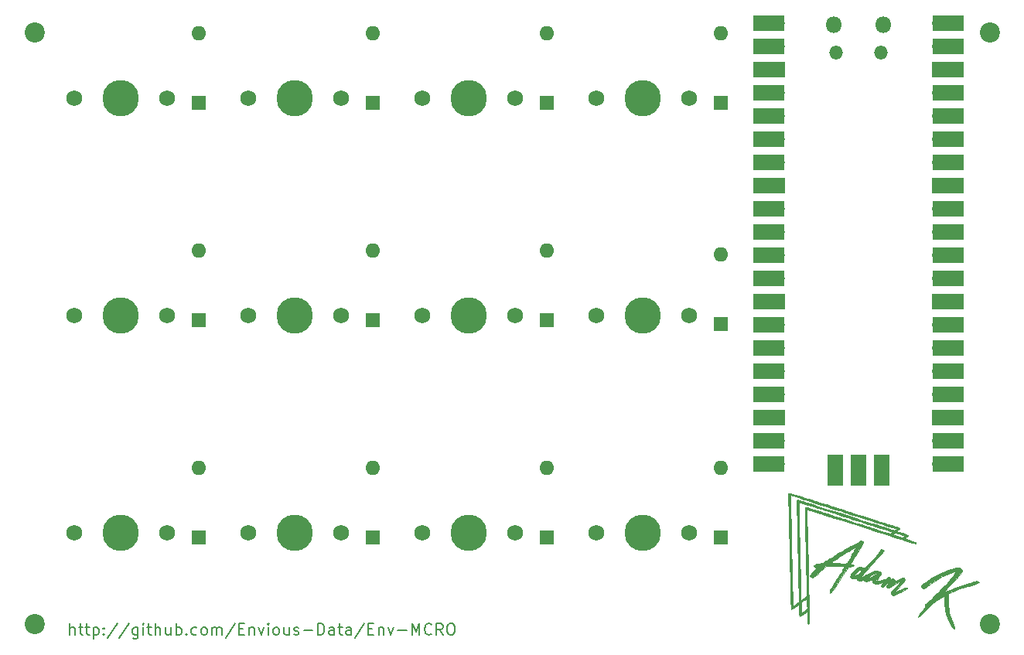
<source format=gts>
G04 #@! TF.GenerationSoftware,KiCad,Pcbnew,(5.1.9)-1*
G04 #@! TF.CreationDate,2021-05-26T09:10:57+01:00*
G04 #@! TF.ProjectId,EnvMCRO,456e764d-4352-44f2-9e6b-696361645f70,rev?*
G04 #@! TF.SameCoordinates,Original*
G04 #@! TF.FileFunction,Soldermask,Top*
G04 #@! TF.FilePolarity,Negative*
%FSLAX46Y46*%
G04 Gerber Fmt 4.6, Leading zero omitted, Abs format (unit mm)*
G04 Created by KiCad (PCBNEW (5.1.9)-1) date 2021-05-26 09:10:57*
%MOMM*%
%LPD*%
G01*
G04 APERTURE LIST*
%ADD10C,0.153000*%
%ADD11C,0.010000*%
%ADD12O,1.700000X1.700000*%
%ADD13R,1.700000X3.500000*%
%ADD14R,1.700000X1.700000*%
%ADD15O,1.500000X1.500000*%
%ADD16O,1.800000X1.800000*%
%ADD17R,3.500000X1.700000*%
%ADD18C,2.200000*%
%ADD19C,3.987800*%
%ADD20C,1.750000*%
%ADD21O,1.600000X1.600000*%
%ADD22R,1.600000X1.600000*%
G04 APERTURE END LIST*
D10*
X69787069Y-107215476D02*
X69787069Y-105965476D01*
X70322783Y-107215476D02*
X70322783Y-106560714D01*
X70263259Y-106441666D01*
X70144211Y-106382142D01*
X69965640Y-106382142D01*
X69846592Y-106441666D01*
X69787069Y-106501190D01*
X70739450Y-106382142D02*
X71215640Y-106382142D01*
X70918021Y-105965476D02*
X70918021Y-107036904D01*
X70977545Y-107155952D01*
X71096592Y-107215476D01*
X71215640Y-107215476D01*
X71453735Y-106382142D02*
X71929926Y-106382142D01*
X71632307Y-105965476D02*
X71632307Y-107036904D01*
X71691830Y-107155952D01*
X71810878Y-107215476D01*
X71929926Y-107215476D01*
X72346592Y-106382142D02*
X72346592Y-107632142D01*
X72346592Y-106441666D02*
X72465640Y-106382142D01*
X72703735Y-106382142D01*
X72822783Y-106441666D01*
X72882307Y-106501190D01*
X72941830Y-106620238D01*
X72941830Y-106977380D01*
X72882307Y-107096428D01*
X72822783Y-107155952D01*
X72703735Y-107215476D01*
X72465640Y-107215476D01*
X72346592Y-107155952D01*
X73477545Y-107096428D02*
X73537069Y-107155952D01*
X73477545Y-107215476D01*
X73418021Y-107155952D01*
X73477545Y-107096428D01*
X73477545Y-107215476D01*
X73477545Y-106441666D02*
X73537069Y-106501190D01*
X73477545Y-106560714D01*
X73418021Y-106501190D01*
X73477545Y-106441666D01*
X73477545Y-106560714D01*
X74965640Y-105905952D02*
X73894211Y-107513095D01*
X76275164Y-105905952D02*
X75203735Y-107513095D01*
X77227545Y-106382142D02*
X77227545Y-107394047D01*
X77168021Y-107513095D01*
X77108497Y-107572619D01*
X76989450Y-107632142D01*
X76810878Y-107632142D01*
X76691830Y-107572619D01*
X77227545Y-107155952D02*
X77108497Y-107215476D01*
X76870402Y-107215476D01*
X76751354Y-107155952D01*
X76691830Y-107096428D01*
X76632307Y-106977380D01*
X76632307Y-106620238D01*
X76691830Y-106501190D01*
X76751354Y-106441666D01*
X76870402Y-106382142D01*
X77108497Y-106382142D01*
X77227545Y-106441666D01*
X77822783Y-107215476D02*
X77822783Y-106382142D01*
X77822783Y-105965476D02*
X77763259Y-106025000D01*
X77822783Y-106084523D01*
X77882307Y-106025000D01*
X77822783Y-105965476D01*
X77822783Y-106084523D01*
X78239450Y-106382142D02*
X78715640Y-106382142D01*
X78418021Y-105965476D02*
X78418021Y-107036904D01*
X78477545Y-107155952D01*
X78596592Y-107215476D01*
X78715640Y-107215476D01*
X79132307Y-107215476D02*
X79132307Y-105965476D01*
X79668021Y-107215476D02*
X79668021Y-106560714D01*
X79608497Y-106441666D01*
X79489450Y-106382142D01*
X79310878Y-106382142D01*
X79191830Y-106441666D01*
X79132307Y-106501190D01*
X80798973Y-106382142D02*
X80798973Y-107215476D01*
X80263259Y-106382142D02*
X80263259Y-107036904D01*
X80322783Y-107155952D01*
X80441830Y-107215476D01*
X80620402Y-107215476D01*
X80739450Y-107155952D01*
X80798973Y-107096428D01*
X81394211Y-107215476D02*
X81394211Y-105965476D01*
X81394211Y-106441666D02*
X81513259Y-106382142D01*
X81751354Y-106382142D01*
X81870402Y-106441666D01*
X81929926Y-106501190D01*
X81989450Y-106620238D01*
X81989450Y-106977380D01*
X81929926Y-107096428D01*
X81870402Y-107155952D01*
X81751354Y-107215476D01*
X81513259Y-107215476D01*
X81394211Y-107155952D01*
X82525164Y-107096428D02*
X82584688Y-107155952D01*
X82525164Y-107215476D01*
X82465640Y-107155952D01*
X82525164Y-107096428D01*
X82525164Y-107215476D01*
X83656116Y-107155952D02*
X83537069Y-107215476D01*
X83298973Y-107215476D01*
X83179926Y-107155952D01*
X83120402Y-107096428D01*
X83060878Y-106977380D01*
X83060878Y-106620238D01*
X83120402Y-106501190D01*
X83179926Y-106441666D01*
X83298973Y-106382142D01*
X83537069Y-106382142D01*
X83656116Y-106441666D01*
X84370402Y-107215476D02*
X84251354Y-107155952D01*
X84191830Y-107096428D01*
X84132307Y-106977380D01*
X84132307Y-106620238D01*
X84191830Y-106501190D01*
X84251354Y-106441666D01*
X84370402Y-106382142D01*
X84548973Y-106382142D01*
X84668021Y-106441666D01*
X84727545Y-106501190D01*
X84787069Y-106620238D01*
X84787069Y-106977380D01*
X84727545Y-107096428D01*
X84668021Y-107155952D01*
X84548973Y-107215476D01*
X84370402Y-107215476D01*
X85322783Y-107215476D02*
X85322783Y-106382142D01*
X85322783Y-106501190D02*
X85382307Y-106441666D01*
X85501354Y-106382142D01*
X85679926Y-106382142D01*
X85798973Y-106441666D01*
X85858497Y-106560714D01*
X85858497Y-107215476D01*
X85858497Y-106560714D02*
X85918021Y-106441666D01*
X86037069Y-106382142D01*
X86215640Y-106382142D01*
X86334688Y-106441666D01*
X86394211Y-106560714D01*
X86394211Y-107215476D01*
X87882307Y-105905952D02*
X86810878Y-107513095D01*
X88298973Y-106560714D02*
X88715640Y-106560714D01*
X88894211Y-107215476D02*
X88298973Y-107215476D01*
X88298973Y-105965476D01*
X88894211Y-105965476D01*
X89429926Y-106382142D02*
X89429926Y-107215476D01*
X89429926Y-106501190D02*
X89489450Y-106441666D01*
X89608497Y-106382142D01*
X89787069Y-106382142D01*
X89906116Y-106441666D01*
X89965640Y-106560714D01*
X89965640Y-107215476D01*
X90441830Y-106382142D02*
X90739450Y-107215476D01*
X91037069Y-106382142D01*
X91513259Y-107215476D02*
X91513259Y-106382142D01*
X91513259Y-105965476D02*
X91453735Y-106025000D01*
X91513259Y-106084523D01*
X91572783Y-106025000D01*
X91513259Y-105965476D01*
X91513259Y-106084523D01*
X92287069Y-107215476D02*
X92168021Y-107155952D01*
X92108497Y-107096428D01*
X92048973Y-106977380D01*
X92048973Y-106620238D01*
X92108497Y-106501190D01*
X92168021Y-106441666D01*
X92287069Y-106382142D01*
X92465640Y-106382142D01*
X92584688Y-106441666D01*
X92644211Y-106501190D01*
X92703735Y-106620238D01*
X92703735Y-106977380D01*
X92644211Y-107096428D01*
X92584688Y-107155952D01*
X92465640Y-107215476D01*
X92287069Y-107215476D01*
X93775164Y-106382142D02*
X93775164Y-107215476D01*
X93239450Y-106382142D02*
X93239450Y-107036904D01*
X93298973Y-107155952D01*
X93418021Y-107215476D01*
X93596592Y-107215476D01*
X93715640Y-107155952D01*
X93775164Y-107096428D01*
X94310878Y-107155952D02*
X94429926Y-107215476D01*
X94668021Y-107215476D01*
X94787069Y-107155952D01*
X94846592Y-107036904D01*
X94846592Y-106977380D01*
X94787069Y-106858333D01*
X94668021Y-106798809D01*
X94489450Y-106798809D01*
X94370402Y-106739285D01*
X94310878Y-106620238D01*
X94310878Y-106560714D01*
X94370402Y-106441666D01*
X94489450Y-106382142D01*
X94668021Y-106382142D01*
X94787069Y-106441666D01*
X95382307Y-106739285D02*
X96334688Y-106739285D01*
X96929926Y-107215476D02*
X96929926Y-105965476D01*
X97227545Y-105965476D01*
X97406116Y-106025000D01*
X97525164Y-106144047D01*
X97584688Y-106263095D01*
X97644211Y-106501190D01*
X97644211Y-106679761D01*
X97584688Y-106917857D01*
X97525164Y-107036904D01*
X97406116Y-107155952D01*
X97227545Y-107215476D01*
X96929926Y-107215476D01*
X98715640Y-107215476D02*
X98715640Y-106560714D01*
X98656116Y-106441666D01*
X98537069Y-106382142D01*
X98298973Y-106382142D01*
X98179926Y-106441666D01*
X98715640Y-107155952D02*
X98596592Y-107215476D01*
X98298973Y-107215476D01*
X98179926Y-107155952D01*
X98120402Y-107036904D01*
X98120402Y-106917857D01*
X98179926Y-106798809D01*
X98298973Y-106739285D01*
X98596592Y-106739285D01*
X98715640Y-106679761D01*
X99132307Y-106382142D02*
X99608497Y-106382142D01*
X99310878Y-105965476D02*
X99310878Y-107036904D01*
X99370402Y-107155952D01*
X99489450Y-107215476D01*
X99608497Y-107215476D01*
X100560878Y-107215476D02*
X100560878Y-106560714D01*
X100501354Y-106441666D01*
X100382307Y-106382142D01*
X100144211Y-106382142D01*
X100025164Y-106441666D01*
X100560878Y-107155952D02*
X100441830Y-107215476D01*
X100144211Y-107215476D01*
X100025164Y-107155952D01*
X99965640Y-107036904D01*
X99965640Y-106917857D01*
X100025164Y-106798809D01*
X100144211Y-106739285D01*
X100441830Y-106739285D01*
X100560878Y-106679761D01*
X102048973Y-105905952D02*
X100977545Y-107513095D01*
X102465640Y-106560714D02*
X102882307Y-106560714D01*
X103060878Y-107215476D02*
X102465640Y-107215476D01*
X102465640Y-105965476D01*
X103060878Y-105965476D01*
X103596592Y-106382142D02*
X103596592Y-107215476D01*
X103596592Y-106501190D02*
X103656116Y-106441666D01*
X103775164Y-106382142D01*
X103953735Y-106382142D01*
X104072783Y-106441666D01*
X104132307Y-106560714D01*
X104132307Y-107215476D01*
X104608497Y-106382142D02*
X104906116Y-107215476D01*
X105203735Y-106382142D01*
X105679926Y-106739285D02*
X106632307Y-106739285D01*
X107227545Y-107215476D02*
X107227545Y-105965476D01*
X107644211Y-106858333D01*
X108060878Y-105965476D01*
X108060878Y-107215476D01*
X109370402Y-107096428D02*
X109310878Y-107155952D01*
X109132307Y-107215476D01*
X109013259Y-107215476D01*
X108834688Y-107155952D01*
X108715640Y-107036904D01*
X108656116Y-106917857D01*
X108596592Y-106679761D01*
X108596592Y-106501190D01*
X108656116Y-106263095D01*
X108715640Y-106144047D01*
X108834688Y-106025000D01*
X109013259Y-105965476D01*
X109132307Y-105965476D01*
X109310878Y-106025000D01*
X109370402Y-106084523D01*
X110620402Y-107215476D02*
X110203735Y-106620238D01*
X109906116Y-107215476D02*
X109906116Y-105965476D01*
X110382307Y-105965476D01*
X110501354Y-106025000D01*
X110560878Y-106084523D01*
X110620402Y-106203571D01*
X110620402Y-106382142D01*
X110560878Y-106501190D01*
X110501354Y-106560714D01*
X110382307Y-106620238D01*
X109906116Y-106620238D01*
X111394211Y-105965476D02*
X111632307Y-105965476D01*
X111751354Y-106025000D01*
X111870402Y-106144047D01*
X111929926Y-106382142D01*
X111929926Y-106798809D01*
X111870402Y-107036904D01*
X111751354Y-107155952D01*
X111632307Y-107215476D01*
X111394211Y-107215476D01*
X111275164Y-107155952D01*
X111156116Y-107036904D01*
X111096592Y-106798809D01*
X111096592Y-106382142D01*
X111156116Y-106144047D01*
X111275164Y-106025000D01*
X111394211Y-105965476D01*
D11*
G36*
X156439535Y-96920838D02*
G01*
X156548245Y-96954174D01*
X156606922Y-97010038D01*
X156614556Y-97097295D01*
X156570142Y-97224807D01*
X156472671Y-97401435D01*
X156365881Y-97568839D01*
X156237735Y-97764581D01*
X156108454Y-97964648D01*
X155995874Y-98141313D01*
X155936789Y-98235833D01*
X155847452Y-98379024D01*
X155729355Y-98565935D01*
X155599809Y-98769254D01*
X155507430Y-98913167D01*
X155400599Y-99083168D01*
X155313189Y-99230265D01*
X155254418Y-99338386D01*
X155233494Y-99390745D01*
X155242171Y-99429733D01*
X155283535Y-99457992D01*
X155377523Y-99485589D01*
X155457396Y-99503810D01*
X155547542Y-99544115D01*
X155563007Y-99600740D01*
X155506984Y-99670756D01*
X155372114Y-99715593D01*
X155163241Y-99734447D01*
X154988316Y-99738667D01*
X154594315Y-100341917D01*
X154264527Y-100846245D01*
X153978994Y-101281570D01*
X153736222Y-101650128D01*
X153534718Y-101954159D01*
X153372986Y-102195900D01*
X153249535Y-102377589D01*
X153162869Y-102501464D01*
X153111494Y-102569763D01*
X153097079Y-102584935D01*
X153018369Y-102613981D01*
X152966647Y-102564848D01*
X152958826Y-102546495D01*
X152965246Y-102472956D01*
X153010828Y-102343795D01*
X153088213Y-102174130D01*
X153190042Y-101979079D01*
X153308957Y-101773762D01*
X153419287Y-101600490D01*
X153500253Y-101476052D01*
X153558350Y-101380675D01*
X153581315Y-101334515D01*
X153581333Y-101334132D01*
X153604084Y-101292261D01*
X153666191Y-101195088D01*
X153758435Y-101056657D01*
X153871598Y-100891012D01*
X153883494Y-100873804D01*
X154023079Y-100666346D01*
X154165520Y-100444956D01*
X154292000Y-100239364D01*
X154367493Y-100109056D01*
X154453155Y-99952063D01*
X154501225Y-99852387D01*
X154516001Y-99793771D01*
X154501781Y-99759954D01*
X154466022Y-99736359D01*
X154390447Y-99720466D01*
X154235106Y-99709388D01*
X154004772Y-99703275D01*
X153704216Y-99702278D01*
X153459438Y-99704637D01*
X152536164Y-99717500D01*
X152331284Y-99885474D01*
X152224686Y-99977154D01*
X152075145Y-100111504D01*
X151900489Y-100272244D01*
X151718548Y-100443093D01*
X151670613Y-100488724D01*
X151473030Y-100673249D01*
X151323956Y-100802035D01*
X151214700Y-100881760D01*
X151136568Y-100919104D01*
X151104129Y-100924000D01*
X150934768Y-100889099D01*
X150810639Y-100790436D01*
X150784826Y-100749981D01*
X150771288Y-100708351D01*
X150781860Y-100660915D01*
X150825042Y-100596277D01*
X150909334Y-100503040D01*
X151043237Y-100369808D01*
X151133105Y-100283041D01*
X151284840Y-100132179D01*
X151398431Y-100008879D01*
X151465795Y-99922561D01*
X151478850Y-99882648D01*
X151477374Y-99881770D01*
X151376927Y-99821787D01*
X151282717Y-99739731D01*
X151221106Y-99660725D01*
X151210667Y-99627600D01*
X151252265Y-99561799D01*
X151374277Y-99501116D01*
X151572527Y-99447040D01*
X151842840Y-99401063D01*
X151847043Y-99400494D01*
X151977242Y-99381776D01*
X152083569Y-99360631D01*
X152181309Y-99329940D01*
X152285748Y-99282582D01*
X152297680Y-99275867D01*
X153158000Y-99275867D01*
X153197261Y-99291885D01*
X153302968Y-99309515D01*
X153457001Y-99326164D01*
X153570750Y-99334983D01*
X153754921Y-99348219D01*
X153911107Y-99361175D01*
X154017304Y-99371941D01*
X154047000Y-99376356D01*
X154118016Y-99383578D01*
X154247879Y-99390064D01*
X154410772Y-99394588D01*
X154440970Y-99395089D01*
X154609164Y-99395705D01*
X154717029Y-99386873D01*
X154788859Y-99361774D01*
X154848950Y-99313590D01*
X154891364Y-99268699D01*
X154961629Y-99175572D01*
X155055241Y-99029413D01*
X155158046Y-98853096D01*
X155225301Y-98728949D01*
X155340408Y-98512441D01*
X155467658Y-98278082D01*
X155586372Y-98063790D01*
X155632157Y-97982858D01*
X155716868Y-97831530D01*
X155782630Y-97708327D01*
X155819959Y-97631295D01*
X155825000Y-97615794D01*
X155791370Y-97616297D01*
X155698972Y-97655519D01*
X155560544Y-97726844D01*
X155388825Y-97823656D01*
X155196553Y-97939339D01*
X155168833Y-97956593D01*
X154992428Y-98065134D01*
X154791316Y-98186362D01*
X154639667Y-98276051D01*
X154492121Y-98365266D01*
X154312185Y-98478766D01*
X154112022Y-98608343D01*
X153903796Y-98745788D01*
X153699671Y-98882895D01*
X153511812Y-99011453D01*
X153352383Y-99123255D01*
X153233548Y-99210092D01*
X153167472Y-99263757D01*
X153158000Y-99275867D01*
X152297680Y-99275867D01*
X152412173Y-99211437D01*
X152575869Y-99109386D01*
X152792123Y-98969307D01*
X152840500Y-98937750D01*
X153192457Y-98712141D01*
X153560546Y-98483513D01*
X153934077Y-98257957D01*
X154302362Y-98041562D01*
X154654711Y-97840418D01*
X154980434Y-97660615D01*
X155268844Y-97508243D01*
X155509250Y-97389393D01*
X155690963Y-97310154D01*
X155709597Y-97303125D01*
X155859917Y-97230079D01*
X156021365Y-97125413D01*
X156102223Y-97061012D01*
X156217053Y-96966353D01*
X156300596Y-96920698D01*
X156380710Y-96912472D01*
X156439535Y-96920838D01*
G37*
X156439535Y-96920838D02*
X156548245Y-96954174D01*
X156606922Y-97010038D01*
X156614556Y-97097295D01*
X156570142Y-97224807D01*
X156472671Y-97401435D01*
X156365881Y-97568839D01*
X156237735Y-97764581D01*
X156108454Y-97964648D01*
X155995874Y-98141313D01*
X155936789Y-98235833D01*
X155847452Y-98379024D01*
X155729355Y-98565935D01*
X155599809Y-98769254D01*
X155507430Y-98913167D01*
X155400599Y-99083168D01*
X155313189Y-99230265D01*
X155254418Y-99338386D01*
X155233494Y-99390745D01*
X155242171Y-99429733D01*
X155283535Y-99457992D01*
X155377523Y-99485589D01*
X155457396Y-99503810D01*
X155547542Y-99544115D01*
X155563007Y-99600740D01*
X155506984Y-99670756D01*
X155372114Y-99715593D01*
X155163241Y-99734447D01*
X154988316Y-99738667D01*
X154594315Y-100341917D01*
X154264527Y-100846245D01*
X153978994Y-101281570D01*
X153736222Y-101650128D01*
X153534718Y-101954159D01*
X153372986Y-102195900D01*
X153249535Y-102377589D01*
X153162869Y-102501464D01*
X153111494Y-102569763D01*
X153097079Y-102584935D01*
X153018369Y-102613981D01*
X152966647Y-102564848D01*
X152958826Y-102546495D01*
X152965246Y-102472956D01*
X153010828Y-102343795D01*
X153088213Y-102174130D01*
X153190042Y-101979079D01*
X153308957Y-101773762D01*
X153419287Y-101600490D01*
X153500253Y-101476052D01*
X153558350Y-101380675D01*
X153581315Y-101334515D01*
X153581333Y-101334132D01*
X153604084Y-101292261D01*
X153666191Y-101195088D01*
X153758435Y-101056657D01*
X153871598Y-100891012D01*
X153883494Y-100873804D01*
X154023079Y-100666346D01*
X154165520Y-100444956D01*
X154292000Y-100239364D01*
X154367493Y-100109056D01*
X154453155Y-99952063D01*
X154501225Y-99852387D01*
X154516001Y-99793771D01*
X154501781Y-99759954D01*
X154466022Y-99736359D01*
X154390447Y-99720466D01*
X154235106Y-99709388D01*
X154004772Y-99703275D01*
X153704216Y-99702278D01*
X153459438Y-99704637D01*
X152536164Y-99717500D01*
X152331284Y-99885474D01*
X152224686Y-99977154D01*
X152075145Y-100111504D01*
X151900489Y-100272244D01*
X151718548Y-100443093D01*
X151670613Y-100488724D01*
X151473030Y-100673249D01*
X151323956Y-100802035D01*
X151214700Y-100881760D01*
X151136568Y-100919104D01*
X151104129Y-100924000D01*
X150934768Y-100889099D01*
X150810639Y-100790436D01*
X150784826Y-100749981D01*
X150771288Y-100708351D01*
X150781860Y-100660915D01*
X150825042Y-100596277D01*
X150909334Y-100503040D01*
X151043237Y-100369808D01*
X151133105Y-100283041D01*
X151284840Y-100132179D01*
X151398431Y-100008879D01*
X151465795Y-99922561D01*
X151478850Y-99882648D01*
X151477374Y-99881770D01*
X151376927Y-99821787D01*
X151282717Y-99739731D01*
X151221106Y-99660725D01*
X151210667Y-99627600D01*
X151252265Y-99561799D01*
X151374277Y-99501116D01*
X151572527Y-99447040D01*
X151842840Y-99401063D01*
X151847043Y-99400494D01*
X151977242Y-99381776D01*
X152083569Y-99360631D01*
X152181309Y-99329940D01*
X152285748Y-99282582D01*
X152297680Y-99275867D01*
X153158000Y-99275867D01*
X153197261Y-99291885D01*
X153302968Y-99309515D01*
X153457001Y-99326164D01*
X153570750Y-99334983D01*
X153754921Y-99348219D01*
X153911107Y-99361175D01*
X154017304Y-99371941D01*
X154047000Y-99376356D01*
X154118016Y-99383578D01*
X154247879Y-99390064D01*
X154410772Y-99394588D01*
X154440970Y-99395089D01*
X154609164Y-99395705D01*
X154717029Y-99386873D01*
X154788859Y-99361774D01*
X154848950Y-99313590D01*
X154891364Y-99268699D01*
X154961629Y-99175572D01*
X155055241Y-99029413D01*
X155158046Y-98853096D01*
X155225301Y-98728949D01*
X155340408Y-98512441D01*
X155467658Y-98278082D01*
X155586372Y-98063790D01*
X155632157Y-97982858D01*
X155716868Y-97831530D01*
X155782630Y-97708327D01*
X155819959Y-97631295D01*
X155825000Y-97615794D01*
X155791370Y-97616297D01*
X155698972Y-97655519D01*
X155560544Y-97726844D01*
X155388825Y-97823656D01*
X155196553Y-97939339D01*
X155168833Y-97956593D01*
X154992428Y-98065134D01*
X154791316Y-98186362D01*
X154639667Y-98276051D01*
X154492121Y-98365266D01*
X154312185Y-98478766D01*
X154112022Y-98608343D01*
X153903796Y-98745788D01*
X153699671Y-98882895D01*
X153511812Y-99011453D01*
X153352383Y-99123255D01*
X153233548Y-99210092D01*
X153167472Y-99263757D01*
X153158000Y-99275867D01*
X152297680Y-99275867D01*
X152412173Y-99211437D01*
X152575869Y-99109386D01*
X152792123Y-98969307D01*
X152840500Y-98937750D01*
X153192457Y-98712141D01*
X153560546Y-98483513D01*
X153934077Y-98257957D01*
X154302362Y-98041562D01*
X154654711Y-97840418D01*
X154980434Y-97660615D01*
X155268844Y-97508243D01*
X155509250Y-97389393D01*
X155690963Y-97310154D01*
X155709597Y-97303125D01*
X155859917Y-97230079D01*
X156021365Y-97125413D01*
X156102223Y-97061012D01*
X156217053Y-96966353D01*
X156300596Y-96920698D01*
X156380710Y-96912472D01*
X156439535Y-96920838D01*
G36*
X158643046Y-97850738D02*
G01*
X158671917Y-97856448D01*
X158775746Y-97882022D01*
X158839599Y-97903729D01*
X158841250Y-97904643D01*
X158872958Y-97955211D01*
X158847198Y-98040588D01*
X158760950Y-98166228D01*
X158611191Y-98337584D01*
X158587250Y-98363132D01*
X158449900Y-98510986D01*
X158277286Y-98700041D01*
X158089856Y-98907744D01*
X157908055Y-99111539D01*
X157878167Y-99145319D01*
X157617543Y-99439738D01*
X157400035Y-99683977D01*
X157213200Y-99891743D01*
X157044594Y-100076744D01*
X156881773Y-100252689D01*
X156712296Y-100433285D01*
X156631322Y-100518902D01*
X156498653Y-100663751D01*
X156395800Y-100785498D01*
X156332317Y-100872101D01*
X156317757Y-100911514D01*
X156319240Y-100912358D01*
X156356617Y-100909571D01*
X156429778Y-100884396D01*
X156545844Y-100833472D01*
X156711935Y-100753437D01*
X156935172Y-100640929D01*
X157222676Y-100492586D01*
X157360924Y-100420553D01*
X157554968Y-100322077D01*
X157698609Y-100258632D01*
X157814706Y-100222816D01*
X157926120Y-100207223D01*
X158028515Y-100204333D01*
X158208053Y-100215097D01*
X158346253Y-100254397D01*
X158452744Y-100312109D01*
X158538766Y-100372803D01*
X158586216Y-100431747D01*
X158591902Y-100501658D01*
X158552634Y-100595248D01*
X158465222Y-100725235D01*
X158326474Y-100904333D01*
X158293882Y-100945167D01*
X158022939Y-101283833D01*
X158170668Y-101296845D01*
X158287073Y-101291233D01*
X158447837Y-101263892D01*
X158610846Y-101222761D01*
X158768007Y-101179258D01*
X158901955Y-101148036D01*
X158984356Y-101135677D01*
X158985676Y-101135667D01*
X159062517Y-101106711D01*
X159163200Y-101033321D01*
X159211667Y-100987500D01*
X159310199Y-100900080D01*
X159396783Y-100846870D01*
X159426454Y-100839333D01*
X159521558Y-100875288D01*
X159575376Y-100961657D01*
X159573230Y-101045548D01*
X159563264Y-101098927D01*
X159594893Y-101110138D01*
X159686149Y-101086488D01*
X159834905Y-101069013D01*
X159969635Y-101100051D01*
X160064019Y-101170815D01*
X160088534Y-101220843D01*
X160113070Y-101279456D01*
X160156588Y-101298458D01*
X160234992Y-101275993D01*
X160364184Y-101210205D01*
X160413013Y-101182987D01*
X160612221Y-101085418D01*
X160804050Y-101017219D01*
X160970377Y-100982818D01*
X161093078Y-100986645D01*
X161135237Y-101006512D01*
X161190903Y-101087463D01*
X161201333Y-101136505D01*
X161174157Y-101190113D01*
X161098435Y-101295166D01*
X160982873Y-101440738D01*
X160836179Y-101615901D01*
X160667060Y-101809727D01*
X160646697Y-101832575D01*
X160477797Y-102023897D01*
X160331840Y-102193527D01*
X160217010Y-102331594D01*
X160141490Y-102428225D01*
X160113466Y-102473546D01*
X160113876Y-102475320D01*
X160158706Y-102467871D01*
X160266213Y-102432167D01*
X160421406Y-102373659D01*
X160609293Y-102297798D01*
X160657083Y-102277826D01*
X160864941Y-102193247D01*
X161057899Y-102119873D01*
X161215899Y-102064992D01*
X161318885Y-102035893D01*
X161326813Y-102034445D01*
X161475151Y-102010373D01*
X161408274Y-102112770D01*
X161351580Y-102161501D01*
X161233376Y-102238371D01*
X161068743Y-102335438D01*
X160872765Y-102444763D01*
X160660527Y-102558405D01*
X160447110Y-102668424D01*
X160247599Y-102766880D01*
X160077077Y-102845831D01*
X159950628Y-102897338D01*
X159886901Y-102913667D01*
X159805052Y-102884102D01*
X159751215Y-102839583D01*
X159687952Y-102737882D01*
X159670419Y-102607696D01*
X159672317Y-102559244D01*
X159702448Y-102498007D01*
X159780280Y-102392769D01*
X159893428Y-102259181D01*
X160007279Y-102135911D01*
X160178723Y-101953101D01*
X160337458Y-101776458D01*
X160473598Y-101617722D01*
X160577258Y-101488634D01*
X160638554Y-101400934D01*
X160651000Y-101371349D01*
X160617278Y-101372249D01*
X160525029Y-101410687D01*
X160387626Y-101479496D01*
X160218445Y-101571509D01*
X160030860Y-101679558D01*
X159838244Y-101796476D01*
X159732670Y-101863475D01*
X159555823Y-101975205D01*
X159433445Y-102044564D01*
X159350765Y-102077905D01*
X159293010Y-102081581D01*
X159256420Y-102068295D01*
X159185095Y-101987751D01*
X159175450Y-101867984D01*
X159227464Y-101727746D01*
X159256882Y-101681952D01*
X159305197Y-101594890D01*
X159297493Y-101558397D01*
X159245217Y-101571886D01*
X159159813Y-101634765D01*
X159103170Y-101689868D01*
X158992109Y-101797062D01*
X158879367Y-101891851D01*
X158862446Y-101904397D01*
X158738936Y-101964611D01*
X158646086Y-101958448D01*
X158590147Y-101900603D01*
X158577370Y-101805770D01*
X158614007Y-101688645D01*
X158706309Y-101563921D01*
X158714250Y-101556032D01*
X158788578Y-101477072D01*
X158798214Y-101447295D01*
X158767167Y-101454018D01*
X158483328Y-101550661D01*
X158238539Y-101610972D01*
X158045922Y-101632135D01*
X157965984Y-101625884D01*
X157836324Y-101580796D01*
X157721293Y-101506205D01*
X157641208Y-101419838D01*
X157616385Y-101339422D01*
X157620360Y-101324284D01*
X157660009Y-101226437D01*
X157670517Y-101200500D01*
X157665032Y-101173965D01*
X157607170Y-101181029D01*
X157486737Y-101223552D01*
X157438525Y-101242833D01*
X157190649Y-101321598D01*
X156975036Y-101346360D01*
X156803366Y-101316904D01*
X156707731Y-101256398D01*
X156631616Y-101196549D01*
X156567428Y-101198761D01*
X156537473Y-101215001D01*
X156445787Y-101252066D01*
X156315254Y-101283304D01*
X156276289Y-101289467D01*
X156156096Y-101299022D01*
X156077378Y-101275011D01*
X156000101Y-101201859D01*
X155974671Y-101172113D01*
X155903980Y-101095055D01*
X155837440Y-101052407D01*
X155746801Y-101034051D01*
X155603814Y-101029865D01*
X155577517Y-101029833D01*
X155425393Y-101026870D01*
X155334023Y-101012808D01*
X155279561Y-100979890D01*
X155272721Y-100970053D01*
X157138337Y-100970053D01*
X157191684Y-100961894D01*
X157315876Y-100914443D01*
X157512366Y-100827593D01*
X157708271Y-100736435D01*
X157944496Y-100620119D01*
X158101947Y-100530923D01*
X158181740Y-100467935D01*
X158184992Y-100430245D01*
X158112821Y-100416944D01*
X158100417Y-100416930D01*
X157963823Y-100445294D01*
X157780416Y-100523247D01*
X157565864Y-100643239D01*
X157388834Y-100759849D01*
X157238366Y-100868925D01*
X157154383Y-100939028D01*
X157138337Y-100970053D01*
X155272721Y-100970053D01*
X155238161Y-100920358D01*
X155237519Y-100919226D01*
X155204175Y-100814372D01*
X155215844Y-100739300D01*
X155583482Y-100739300D01*
X155613606Y-100750650D01*
X155682859Y-100735999D01*
X155787933Y-100697480D01*
X155926627Y-100631274D01*
X156015500Y-100582465D01*
X156212996Y-100443759D01*
X156338441Y-100295305D01*
X156398895Y-100146362D01*
X156406058Y-100058400D01*
X156373335Y-100035000D01*
X156302635Y-100062884D01*
X156190118Y-100136803D01*
X156053061Y-100242151D01*
X155908736Y-100364327D01*
X155774419Y-100488727D01*
X155667384Y-100600748D01*
X155606020Y-100683664D01*
X155583482Y-100739300D01*
X155215844Y-100739300D01*
X155222491Y-100696539D01*
X155297192Y-100555532D01*
X155433004Y-100381154D01*
X155543781Y-100258413D01*
X155784139Y-100025453D01*
X156000823Y-99868843D01*
X156200622Y-99785937D01*
X156390325Y-99774091D01*
X156576722Y-99830658D01*
X156604887Y-99844918D01*
X156798379Y-99947798D01*
X157528773Y-99117773D01*
X157799287Y-98809615D01*
X158018253Y-98558237D01*
X158190713Y-98357444D01*
X158321709Y-98201038D01*
X158416283Y-98082823D01*
X158479476Y-97996603D01*
X158516329Y-97936182D01*
X158531886Y-97895362D01*
X158533273Y-97883220D01*
X158558747Y-97847799D01*
X158643046Y-97850738D01*
G37*
X158643046Y-97850738D02*
X158671917Y-97856448D01*
X158775746Y-97882022D01*
X158839599Y-97903729D01*
X158841250Y-97904643D01*
X158872958Y-97955211D01*
X158847198Y-98040588D01*
X158760950Y-98166228D01*
X158611191Y-98337584D01*
X158587250Y-98363132D01*
X158449900Y-98510986D01*
X158277286Y-98700041D01*
X158089856Y-98907744D01*
X157908055Y-99111539D01*
X157878167Y-99145319D01*
X157617543Y-99439738D01*
X157400035Y-99683977D01*
X157213200Y-99891743D01*
X157044594Y-100076744D01*
X156881773Y-100252689D01*
X156712296Y-100433285D01*
X156631322Y-100518902D01*
X156498653Y-100663751D01*
X156395800Y-100785498D01*
X156332317Y-100872101D01*
X156317757Y-100911514D01*
X156319240Y-100912358D01*
X156356617Y-100909571D01*
X156429778Y-100884396D01*
X156545844Y-100833472D01*
X156711935Y-100753437D01*
X156935172Y-100640929D01*
X157222676Y-100492586D01*
X157360924Y-100420553D01*
X157554968Y-100322077D01*
X157698609Y-100258632D01*
X157814706Y-100222816D01*
X157926120Y-100207223D01*
X158028515Y-100204333D01*
X158208053Y-100215097D01*
X158346253Y-100254397D01*
X158452744Y-100312109D01*
X158538766Y-100372803D01*
X158586216Y-100431747D01*
X158591902Y-100501658D01*
X158552634Y-100595248D01*
X158465222Y-100725235D01*
X158326474Y-100904333D01*
X158293882Y-100945167D01*
X158022939Y-101283833D01*
X158170668Y-101296845D01*
X158287073Y-101291233D01*
X158447837Y-101263892D01*
X158610846Y-101222761D01*
X158768007Y-101179258D01*
X158901955Y-101148036D01*
X158984356Y-101135677D01*
X158985676Y-101135667D01*
X159062517Y-101106711D01*
X159163200Y-101033321D01*
X159211667Y-100987500D01*
X159310199Y-100900080D01*
X159396783Y-100846870D01*
X159426454Y-100839333D01*
X159521558Y-100875288D01*
X159575376Y-100961657D01*
X159573230Y-101045548D01*
X159563264Y-101098927D01*
X159594893Y-101110138D01*
X159686149Y-101086488D01*
X159834905Y-101069013D01*
X159969635Y-101100051D01*
X160064019Y-101170815D01*
X160088534Y-101220843D01*
X160113070Y-101279456D01*
X160156588Y-101298458D01*
X160234992Y-101275993D01*
X160364184Y-101210205D01*
X160413013Y-101182987D01*
X160612221Y-101085418D01*
X160804050Y-101017219D01*
X160970377Y-100982818D01*
X161093078Y-100986645D01*
X161135237Y-101006512D01*
X161190903Y-101087463D01*
X161201333Y-101136505D01*
X161174157Y-101190113D01*
X161098435Y-101295166D01*
X160982873Y-101440738D01*
X160836179Y-101615901D01*
X160667060Y-101809727D01*
X160646697Y-101832575D01*
X160477797Y-102023897D01*
X160331840Y-102193527D01*
X160217010Y-102331594D01*
X160141490Y-102428225D01*
X160113466Y-102473546D01*
X160113876Y-102475320D01*
X160158706Y-102467871D01*
X160266213Y-102432167D01*
X160421406Y-102373659D01*
X160609293Y-102297798D01*
X160657083Y-102277826D01*
X160864941Y-102193247D01*
X161057899Y-102119873D01*
X161215899Y-102064992D01*
X161318885Y-102035893D01*
X161326813Y-102034445D01*
X161475151Y-102010373D01*
X161408274Y-102112770D01*
X161351580Y-102161501D01*
X161233376Y-102238371D01*
X161068743Y-102335438D01*
X160872765Y-102444763D01*
X160660527Y-102558405D01*
X160447110Y-102668424D01*
X160247599Y-102766880D01*
X160077077Y-102845831D01*
X159950628Y-102897338D01*
X159886901Y-102913667D01*
X159805052Y-102884102D01*
X159751215Y-102839583D01*
X159687952Y-102737882D01*
X159670419Y-102607696D01*
X159672317Y-102559244D01*
X159702448Y-102498007D01*
X159780280Y-102392769D01*
X159893428Y-102259181D01*
X160007279Y-102135911D01*
X160178723Y-101953101D01*
X160337458Y-101776458D01*
X160473598Y-101617722D01*
X160577258Y-101488634D01*
X160638554Y-101400934D01*
X160651000Y-101371349D01*
X160617278Y-101372249D01*
X160525029Y-101410687D01*
X160387626Y-101479496D01*
X160218445Y-101571509D01*
X160030860Y-101679558D01*
X159838244Y-101796476D01*
X159732670Y-101863475D01*
X159555823Y-101975205D01*
X159433445Y-102044564D01*
X159350765Y-102077905D01*
X159293010Y-102081581D01*
X159256420Y-102068295D01*
X159185095Y-101987751D01*
X159175450Y-101867984D01*
X159227464Y-101727746D01*
X159256882Y-101681952D01*
X159305197Y-101594890D01*
X159297493Y-101558397D01*
X159245217Y-101571886D01*
X159159813Y-101634765D01*
X159103170Y-101689868D01*
X158992109Y-101797062D01*
X158879367Y-101891851D01*
X158862446Y-101904397D01*
X158738936Y-101964611D01*
X158646086Y-101958448D01*
X158590147Y-101900603D01*
X158577370Y-101805770D01*
X158614007Y-101688645D01*
X158706309Y-101563921D01*
X158714250Y-101556032D01*
X158788578Y-101477072D01*
X158798214Y-101447295D01*
X158767167Y-101454018D01*
X158483328Y-101550661D01*
X158238539Y-101610972D01*
X158045922Y-101632135D01*
X157965984Y-101625884D01*
X157836324Y-101580796D01*
X157721293Y-101506205D01*
X157641208Y-101419838D01*
X157616385Y-101339422D01*
X157620360Y-101324284D01*
X157660009Y-101226437D01*
X157670517Y-101200500D01*
X157665032Y-101173965D01*
X157607170Y-101181029D01*
X157486737Y-101223552D01*
X157438525Y-101242833D01*
X157190649Y-101321598D01*
X156975036Y-101346360D01*
X156803366Y-101316904D01*
X156707731Y-101256398D01*
X156631616Y-101196549D01*
X156567428Y-101198761D01*
X156537473Y-101215001D01*
X156445787Y-101252066D01*
X156315254Y-101283304D01*
X156276289Y-101289467D01*
X156156096Y-101299022D01*
X156077378Y-101275011D01*
X156000101Y-101201859D01*
X155974671Y-101172113D01*
X155903980Y-101095055D01*
X155837440Y-101052407D01*
X155746801Y-101034051D01*
X155603814Y-101029865D01*
X155577517Y-101029833D01*
X155425393Y-101026870D01*
X155334023Y-101012808D01*
X155279561Y-100979890D01*
X155272721Y-100970053D01*
X157138337Y-100970053D01*
X157191684Y-100961894D01*
X157315876Y-100914443D01*
X157512366Y-100827593D01*
X157708271Y-100736435D01*
X157944496Y-100620119D01*
X158101947Y-100530923D01*
X158181740Y-100467935D01*
X158184992Y-100430245D01*
X158112821Y-100416944D01*
X158100417Y-100416930D01*
X157963823Y-100445294D01*
X157780416Y-100523247D01*
X157565864Y-100643239D01*
X157388834Y-100759849D01*
X157238366Y-100868925D01*
X157154383Y-100939028D01*
X157138337Y-100970053D01*
X155272721Y-100970053D01*
X155238161Y-100920358D01*
X155237519Y-100919226D01*
X155204175Y-100814372D01*
X155215844Y-100739300D01*
X155583482Y-100739300D01*
X155613606Y-100750650D01*
X155682859Y-100735999D01*
X155787933Y-100697480D01*
X155926627Y-100631274D01*
X156015500Y-100582465D01*
X156212996Y-100443759D01*
X156338441Y-100295305D01*
X156398895Y-100146362D01*
X156406058Y-100058400D01*
X156373335Y-100035000D01*
X156302635Y-100062884D01*
X156190118Y-100136803D01*
X156053061Y-100242151D01*
X155908736Y-100364327D01*
X155774419Y-100488727D01*
X155667384Y-100600748D01*
X155606020Y-100683664D01*
X155583482Y-100739300D01*
X155215844Y-100739300D01*
X155222491Y-100696539D01*
X155297192Y-100555532D01*
X155433004Y-100381154D01*
X155543781Y-100258413D01*
X155784139Y-100025453D01*
X156000823Y-99868843D01*
X156200622Y-99785937D01*
X156390325Y-99774091D01*
X156576722Y-99830658D01*
X156604887Y-99844918D01*
X156798379Y-99947798D01*
X157528773Y-99117773D01*
X157799287Y-98809615D01*
X158018253Y-98558237D01*
X158190713Y-98357444D01*
X158321709Y-98201038D01*
X158416283Y-98082823D01*
X158479476Y-97996603D01*
X158516329Y-97936182D01*
X158531886Y-97895362D01*
X158533273Y-97883220D01*
X158558747Y-97847799D01*
X158643046Y-97850738D01*
G36*
X148645260Y-91709519D02*
G01*
X148859878Y-91767047D01*
X149153001Y-91855418D01*
X149290942Y-91898987D01*
X149537994Y-91977775D01*
X149847456Y-92076379D01*
X150201048Y-92188979D01*
X150580487Y-92309756D01*
X150967492Y-92432888D01*
X151343781Y-92552557D01*
X151443500Y-92584259D01*
X151802699Y-92698540D01*
X152167956Y-92814920D01*
X152523121Y-92928242D01*
X152852043Y-93033348D01*
X153138573Y-93125078D01*
X153366559Y-93198276D01*
X153433167Y-93219734D01*
X153568100Y-93263061D01*
X153775485Y-93329383D01*
X154047076Y-93416079D01*
X154374628Y-93520526D01*
X154749895Y-93640099D01*
X155164630Y-93772178D01*
X155610589Y-93914138D01*
X156079526Y-94063357D01*
X156563195Y-94217212D01*
X157053349Y-94373081D01*
X157541744Y-94528339D01*
X158020134Y-94680366D01*
X158480272Y-94826537D01*
X158913914Y-94964230D01*
X159312813Y-95090823D01*
X159668724Y-95203691D01*
X159973400Y-95300213D01*
X160058333Y-95327094D01*
X160275467Y-95399884D01*
X160445611Y-95465188D01*
X160557047Y-95518100D01*
X160597942Y-95552846D01*
X160571996Y-95608678D01*
X160494213Y-95687282D01*
X160431743Y-95735683D01*
X160339674Y-95807522D01*
X160292911Y-95858304D01*
X160294300Y-95872838D01*
X160346774Y-95889459D01*
X160464603Y-95926630D01*
X160632380Y-95979495D01*
X160834695Y-96043199D01*
X160924522Y-96071471D01*
X161134520Y-96140174D01*
X161313754Y-96203776D01*
X161447517Y-96256672D01*
X161521102Y-96293256D01*
X161530542Y-96302460D01*
X161507798Y-96350775D01*
X161433203Y-96425039D01*
X161371251Y-96473710D01*
X161271395Y-96552119D01*
X161207840Y-96613677D01*
X161195932Y-96634289D01*
X161233724Y-96658337D01*
X161338533Y-96701807D01*
X161496380Y-96759466D01*
X161693287Y-96826082D01*
X161801368Y-96860906D01*
X162069866Y-96949713D01*
X162258599Y-97020760D01*
X162370331Y-97075203D01*
X162407821Y-97114201D01*
X162407833Y-97114770D01*
X162407090Y-97143615D01*
X162401077Y-97166682D01*
X162384113Y-97182458D01*
X162350522Y-97189435D01*
X162294623Y-97186101D01*
X162210740Y-97170945D01*
X162093192Y-97142459D01*
X161936303Y-97099130D01*
X161734393Y-97039448D01*
X161481783Y-96961903D01*
X161172795Y-96864984D01*
X160801751Y-96747181D01*
X160362972Y-96606983D01*
X159850780Y-96442880D01*
X159698500Y-96394064D01*
X159116993Y-96207948D01*
X159820164Y-96207948D01*
X159820531Y-96212976D01*
X159867383Y-96234198D01*
X159975932Y-96274364D01*
X160127076Y-96327126D01*
X160301710Y-96386138D01*
X160480731Y-96445053D01*
X160645035Y-96497524D01*
X160775519Y-96537205D01*
X160853079Y-96557749D01*
X160862667Y-96559204D01*
X160935151Y-96536844D01*
X161032986Y-96476499D01*
X161053167Y-96460883D01*
X161129739Y-96390246D01*
X161139814Y-96350532D01*
X161116667Y-96336457D01*
X161053126Y-96315640D01*
X160927064Y-96275271D01*
X160756732Y-96221168D01*
X160560404Y-96159155D01*
X160067642Y-96003916D01*
X159936508Y-96100868D01*
X159856696Y-96165913D01*
X159820164Y-96207948D01*
X159116993Y-96207948D01*
X158875245Y-96130575D01*
X157989660Y-95847949D01*
X157037105Y-95544710D01*
X156012942Y-95219380D01*
X154914833Y-94871212D01*
X154712826Y-94807102D01*
X154446308Y-94722346D01*
X154131412Y-94622085D01*
X153784272Y-94511457D01*
X153421021Y-94395604D01*
X153057792Y-94279664D01*
X152925167Y-94237306D01*
X152420908Y-94076273D01*
X151991241Y-93939230D01*
X151630127Y-93824339D01*
X151331527Y-93729763D01*
X151089401Y-93653665D01*
X150897710Y-93594208D01*
X150750415Y-93549554D01*
X150641476Y-93517866D01*
X150564853Y-93497308D01*
X150514509Y-93486041D01*
X150484403Y-93482230D01*
X150468496Y-93484035D01*
X150462168Y-93488054D01*
X150457872Y-93534414D01*
X150455802Y-93657025D01*
X150455866Y-93847503D01*
X150457969Y-94097463D01*
X150462020Y-94398520D01*
X150467924Y-94742292D01*
X150475588Y-95120393D01*
X150484696Y-95515262D01*
X150513304Y-96701014D01*
X150539665Y-97821426D01*
X150563757Y-98875233D01*
X150585560Y-99861167D01*
X150605051Y-100777964D01*
X150622210Y-101624356D01*
X150637016Y-102399077D01*
X150649448Y-103100862D01*
X150659484Y-103728443D01*
X150667103Y-104280556D01*
X150672284Y-104755932D01*
X150675007Y-105153307D01*
X150675249Y-105471414D01*
X150672990Y-105708986D01*
X150668208Y-105864758D01*
X150660883Y-105937464D01*
X150658811Y-105942334D01*
X150586328Y-106000140D01*
X150522984Y-105979415D01*
X150519222Y-105975778D01*
X150509457Y-105925716D01*
X150501156Y-105806315D01*
X150494958Y-105632898D01*
X150491502Y-105420789D01*
X150491000Y-105298444D01*
X150489607Y-105074861D01*
X150485764Y-104884565D01*
X150479978Y-104742030D01*
X150472752Y-104661728D01*
X150468349Y-104649333D01*
X150427371Y-104673299D01*
X150333934Y-104738192D01*
X150202829Y-104833505D01*
X150079628Y-104925454D01*
X149926647Y-105036569D01*
X149796179Y-105123400D01*
X149703974Y-105175949D01*
X149668362Y-105186588D01*
X149648711Y-105138698D01*
X149630903Y-105013255D01*
X149615635Y-104817365D01*
X149603606Y-104558133D01*
X149602000Y-104510345D01*
X149580833Y-103849089D01*
X149185058Y-104147652D01*
X148988389Y-104290265D01*
X148850571Y-104376649D01*
X148768699Y-104408491D01*
X148745856Y-104402789D01*
X148735483Y-104350935D01*
X148724428Y-104217262D01*
X148712796Y-104004614D01*
X148700691Y-103715834D01*
X148688218Y-103353768D01*
X148675482Y-102921259D01*
X148662587Y-102421151D01*
X148649639Y-101856288D01*
X148646289Y-101699765D01*
X148625691Y-100726745D01*
X148606641Y-99833003D01*
X148589016Y-99013167D01*
X148572692Y-98261865D01*
X148557546Y-97573723D01*
X148543454Y-96943371D01*
X148530293Y-96365435D01*
X148517938Y-95834543D01*
X148506267Y-95345324D01*
X148495156Y-94892404D01*
X148484482Y-94470412D01*
X148474120Y-94073976D01*
X148463948Y-93697722D01*
X148454306Y-93352672D01*
X148441620Y-92865094D01*
X148433637Y-92461890D01*
X148430359Y-92142894D01*
X148430729Y-92081748D01*
X148635759Y-92081748D01*
X148638997Y-92238587D01*
X148647694Y-92466743D01*
X148648390Y-92483587D01*
X148653163Y-92621609D01*
X148659323Y-92836180D01*
X148666685Y-93119196D01*
X148675064Y-93462555D01*
X148684275Y-93858154D01*
X148694132Y-94297889D01*
X148704452Y-94773657D01*
X148715049Y-95277356D01*
X148725738Y-95800882D01*
X148736230Y-96330833D01*
X148747446Y-96898542D01*
X148759200Y-97478829D01*
X148771246Y-98060446D01*
X148783341Y-98632145D01*
X148795238Y-99182680D01*
X148806693Y-99700802D01*
X148817462Y-100175264D01*
X148827299Y-100594818D01*
X148835961Y-100948217D01*
X148840805Y-101135667D01*
X148850646Y-101525607D01*
X148859655Y-101920275D01*
X148867539Y-102303906D01*
X148874006Y-102660737D01*
X148878764Y-102975004D01*
X148881519Y-103230944D01*
X148882100Y-103361694D01*
X148883733Y-103593504D01*
X148888096Y-103794763D01*
X148894631Y-103950604D01*
X148902781Y-104046159D01*
X148908586Y-104068808D01*
X148951044Y-104056020D01*
X149044325Y-104000461D01*
X149172900Y-103911957D01*
X149267923Y-103841506D01*
X149482073Y-103678487D01*
X149813667Y-103678487D01*
X149813667Y-104864052D01*
X149952606Y-104767276D01*
X150068218Y-104684815D01*
X150210251Y-104580946D01*
X150289011Y-104522333D01*
X150486477Y-104374167D01*
X150461684Y-103802667D01*
X150452224Y-103592991D01*
X150443580Y-103416690D01*
X150436574Y-103289452D01*
X150432026Y-103226970D01*
X150431339Y-103223254D01*
X150397651Y-103243426D01*
X150312010Y-103304096D01*
X150189694Y-103394295D01*
X150119726Y-103446914D01*
X149813667Y-103678487D01*
X149482073Y-103678487D01*
X149601007Y-103587950D01*
X149578791Y-103155558D01*
X149574772Y-103051411D01*
X149569281Y-102869179D01*
X149562469Y-102615431D01*
X149554485Y-102296734D01*
X149545481Y-101919655D01*
X149535606Y-101490762D01*
X149525012Y-101016622D01*
X149513847Y-100503803D01*
X149502264Y-99958871D01*
X149490411Y-99388395D01*
X149478440Y-98798941D01*
X149474376Y-98595667D01*
X149462137Y-97985110D01*
X149449854Y-97379982D01*
X149437693Y-96788087D01*
X149425823Y-96217227D01*
X149414409Y-95675207D01*
X149403618Y-95169829D01*
X149393617Y-94708897D01*
X149384572Y-94300213D01*
X149376652Y-93951583D01*
X149370022Y-93670807D01*
X149364849Y-93465691D01*
X149364199Y-93441583D01*
X149355974Y-93110386D01*
X149351748Y-92856401D01*
X149568042Y-92856401D01*
X149568823Y-93058031D01*
X149571611Y-93330494D01*
X149576320Y-93669188D01*
X149582865Y-94069511D01*
X149591159Y-94526862D01*
X149601116Y-95036640D01*
X149612650Y-95594243D01*
X149625675Y-96195070D01*
X149640106Y-96834520D01*
X149655855Y-97507991D01*
X149672836Y-98210881D01*
X149686591Y-98765000D01*
X149697626Y-99217521D01*
X149709451Y-99725353D01*
X149721487Y-100262069D01*
X149733157Y-100801243D01*
X149743879Y-101316449D01*
X149753075Y-101781260D01*
X149755417Y-101905184D01*
X149784386Y-103457868D01*
X150116526Y-103205032D01*
X150283752Y-103071721D01*
X150388188Y-102972283D01*
X150439386Y-102896596D01*
X150448667Y-102853103D01*
X150447626Y-102789967D01*
X150444660Y-102651880D01*
X150439996Y-102448530D01*
X150433866Y-102189605D01*
X150426500Y-101884792D01*
X150418127Y-101543781D01*
X150408979Y-101176258D01*
X150406221Y-101066422D01*
X150399722Y-100802381D01*
X150392040Y-100480780D01*
X150383340Y-100109056D01*
X150373783Y-99694646D01*
X150363532Y-99244989D01*
X150352750Y-98767520D01*
X150341599Y-98269679D01*
X150330241Y-97758901D01*
X150318840Y-97242625D01*
X150307557Y-96728287D01*
X150296555Y-96223326D01*
X150285998Y-95735179D01*
X150276046Y-95271282D01*
X150266863Y-94839074D01*
X150258612Y-94445991D01*
X150251454Y-94099472D01*
X150245553Y-93806953D01*
X150241071Y-93575873D01*
X150238170Y-93413667D01*
X150237014Y-93327774D01*
X150237000Y-93322938D01*
X150260643Y-93238080D01*
X150305207Y-93219333D01*
X150357373Y-93231862D01*
X150482166Y-93267779D01*
X150671603Y-93324581D01*
X150917702Y-93399764D01*
X151212477Y-93490825D01*
X151547947Y-93595261D01*
X151916129Y-93710567D01*
X152309038Y-93834241D01*
X152718692Y-93963779D01*
X153137108Y-94096678D01*
X153556302Y-94230433D01*
X153968291Y-94362542D01*
X154365092Y-94490500D01*
X154555000Y-94552043D01*
X154743814Y-94612997D01*
X154997264Y-94694306D01*
X155299246Y-94790830D01*
X155633657Y-94897432D01*
X155984395Y-95008974D01*
X156335357Y-95120317D01*
X156417667Y-95146386D01*
X156790949Y-95264735D01*
X157189978Y-95391530D01*
X157593580Y-95520023D01*
X157980581Y-95643468D01*
X158329809Y-95755117D01*
X158620090Y-95848222D01*
X158627466Y-95850594D01*
X159546099Y-96145998D01*
X159675507Y-96050323D01*
X159750504Y-95982449D01*
X159776648Y-95932220D01*
X159772874Y-95924369D01*
X159726977Y-95905596D01*
X159608711Y-95864182D01*
X159426472Y-95802883D01*
X159188659Y-95724456D01*
X158903670Y-95631657D01*
X158579901Y-95527243D01*
X158225750Y-95413971D01*
X157984000Y-95337141D01*
X157567477Y-95205016D01*
X157135894Y-95067970D01*
X156704754Y-94930936D01*
X156289559Y-94798846D01*
X155905811Y-94676631D01*
X155569014Y-94569226D01*
X155294669Y-94481562D01*
X155253500Y-94468382D01*
X154963055Y-94375498D01*
X154611603Y-94263313D01*
X154218848Y-94138103D01*
X153804495Y-94006146D01*
X153388247Y-93873719D01*
X152989809Y-93747100D01*
X152861667Y-93706414D01*
X152477188Y-93584252D01*
X152071207Y-93455044D01*
X151662759Y-93324865D01*
X151270883Y-93199788D01*
X150914615Y-93085886D01*
X150612994Y-92989232D01*
X150519213Y-92959108D01*
X150254635Y-92875267D01*
X150017688Y-92802503D01*
X149819965Y-92744188D01*
X149673056Y-92703689D01*
X149588556Y-92684378D01*
X149572847Y-92684041D01*
X149569355Y-92730204D01*
X149568042Y-92856401D01*
X149351748Y-92856401D01*
X149351727Y-92855148D01*
X149351684Y-92667246D01*
X149356069Y-92538056D01*
X149365108Y-92458954D01*
X149379025Y-92421316D01*
X149390981Y-92415000D01*
X149401413Y-92415380D01*
X149416089Y-92417424D01*
X149439312Y-92422485D01*
X149475383Y-92431918D01*
X149528604Y-92447078D01*
X149603277Y-92469318D01*
X149703703Y-92499993D01*
X149834184Y-92540458D01*
X149999022Y-92592067D01*
X150202519Y-92656174D01*
X150448976Y-92734134D01*
X150742696Y-92827300D01*
X151087979Y-92937028D01*
X151489128Y-93064671D01*
X151950445Y-93211584D01*
X152476231Y-93379122D01*
X153070788Y-93568638D01*
X153738418Y-93781487D01*
X154301000Y-93960860D01*
X155102614Y-94216409D01*
X155827325Y-94447351D01*
X156478872Y-94654862D01*
X157060996Y-94840121D01*
X157577438Y-95004304D01*
X158031937Y-95148590D01*
X158428236Y-95274157D01*
X158770073Y-95382181D01*
X159061191Y-95473841D01*
X159305328Y-95550315D01*
X159506226Y-95612779D01*
X159667625Y-95662413D01*
X159793266Y-95700393D01*
X159886889Y-95727897D01*
X159952235Y-95746104D01*
X159993044Y-95756190D01*
X160013057Y-95759333D01*
X160013178Y-95759333D01*
X160082023Y-95734917D01*
X160169154Y-95678306D01*
X160272163Y-95597280D01*
X160133498Y-95553745D01*
X160061313Y-95530889D01*
X159918796Y-95485596D01*
X159716278Y-95421156D01*
X159464090Y-95340857D01*
X159172563Y-95247990D01*
X158852029Y-95145843D01*
X158576667Y-95058063D01*
X158215182Y-94942873D01*
X157852389Y-94827376D01*
X157502990Y-94716246D01*
X157181692Y-94614155D01*
X156903197Y-94525777D01*
X156682210Y-94455786D01*
X156587000Y-94425715D01*
X156402138Y-94367271D01*
X156151973Y-94287954D01*
X155851860Y-94192645D01*
X155517151Y-94086222D01*
X155163199Y-93973567D01*
X154805357Y-93859558D01*
X154660833Y-93813477D01*
X154066241Y-93623851D01*
X153544200Y-93457371D01*
X153086595Y-93311453D01*
X152685317Y-93183515D01*
X152332251Y-93070971D01*
X152019286Y-92971238D01*
X151738309Y-92881732D01*
X151481209Y-92799870D01*
X151239873Y-92723067D01*
X151006188Y-92648739D01*
X150772042Y-92574303D01*
X150529324Y-92497175D01*
X150269920Y-92414771D01*
X150110000Y-92363978D01*
X149786938Y-92261432D01*
X149487491Y-92166492D01*
X149221781Y-92082361D01*
X148999932Y-92012239D01*
X148832069Y-91959328D01*
X148728316Y-91926828D01*
X148700282Y-91918232D01*
X148670241Y-91914468D01*
X148650237Y-91932155D01*
X148639124Y-91983759D01*
X148635759Y-92081748D01*
X148430729Y-92081748D01*
X148431784Y-91907943D01*
X148437912Y-91756873D01*
X148448744Y-91689522D01*
X148450637Y-91686763D01*
X148508921Y-91682777D01*
X148645260Y-91709519D01*
G37*
X148645260Y-91709519D02*
X148859878Y-91767047D01*
X149153001Y-91855418D01*
X149290942Y-91898987D01*
X149537994Y-91977775D01*
X149847456Y-92076379D01*
X150201048Y-92188979D01*
X150580487Y-92309756D01*
X150967492Y-92432888D01*
X151343781Y-92552557D01*
X151443500Y-92584259D01*
X151802699Y-92698540D01*
X152167956Y-92814920D01*
X152523121Y-92928242D01*
X152852043Y-93033348D01*
X153138573Y-93125078D01*
X153366559Y-93198276D01*
X153433167Y-93219734D01*
X153568100Y-93263061D01*
X153775485Y-93329383D01*
X154047076Y-93416079D01*
X154374628Y-93520526D01*
X154749895Y-93640099D01*
X155164630Y-93772178D01*
X155610589Y-93914138D01*
X156079526Y-94063357D01*
X156563195Y-94217212D01*
X157053349Y-94373081D01*
X157541744Y-94528339D01*
X158020134Y-94680366D01*
X158480272Y-94826537D01*
X158913914Y-94964230D01*
X159312813Y-95090823D01*
X159668724Y-95203691D01*
X159973400Y-95300213D01*
X160058333Y-95327094D01*
X160275467Y-95399884D01*
X160445611Y-95465188D01*
X160557047Y-95518100D01*
X160597942Y-95552846D01*
X160571996Y-95608678D01*
X160494213Y-95687282D01*
X160431743Y-95735683D01*
X160339674Y-95807522D01*
X160292911Y-95858304D01*
X160294300Y-95872838D01*
X160346774Y-95889459D01*
X160464603Y-95926630D01*
X160632380Y-95979495D01*
X160834695Y-96043199D01*
X160924522Y-96071471D01*
X161134520Y-96140174D01*
X161313754Y-96203776D01*
X161447517Y-96256672D01*
X161521102Y-96293256D01*
X161530542Y-96302460D01*
X161507798Y-96350775D01*
X161433203Y-96425039D01*
X161371251Y-96473710D01*
X161271395Y-96552119D01*
X161207840Y-96613677D01*
X161195932Y-96634289D01*
X161233724Y-96658337D01*
X161338533Y-96701807D01*
X161496380Y-96759466D01*
X161693287Y-96826082D01*
X161801368Y-96860906D01*
X162069866Y-96949713D01*
X162258599Y-97020760D01*
X162370331Y-97075203D01*
X162407821Y-97114201D01*
X162407833Y-97114770D01*
X162407090Y-97143615D01*
X162401077Y-97166682D01*
X162384113Y-97182458D01*
X162350522Y-97189435D01*
X162294623Y-97186101D01*
X162210740Y-97170945D01*
X162093192Y-97142459D01*
X161936303Y-97099130D01*
X161734393Y-97039448D01*
X161481783Y-96961903D01*
X161172795Y-96864984D01*
X160801751Y-96747181D01*
X160362972Y-96606983D01*
X159850780Y-96442880D01*
X159698500Y-96394064D01*
X159116993Y-96207948D01*
X159820164Y-96207948D01*
X159820531Y-96212976D01*
X159867383Y-96234198D01*
X159975932Y-96274364D01*
X160127076Y-96327126D01*
X160301710Y-96386138D01*
X160480731Y-96445053D01*
X160645035Y-96497524D01*
X160775519Y-96537205D01*
X160853079Y-96557749D01*
X160862667Y-96559204D01*
X160935151Y-96536844D01*
X161032986Y-96476499D01*
X161053167Y-96460883D01*
X161129739Y-96390246D01*
X161139814Y-96350532D01*
X161116667Y-96336457D01*
X161053126Y-96315640D01*
X160927064Y-96275271D01*
X160756732Y-96221168D01*
X160560404Y-96159155D01*
X160067642Y-96003916D01*
X159936508Y-96100868D01*
X159856696Y-96165913D01*
X159820164Y-96207948D01*
X159116993Y-96207948D01*
X158875245Y-96130575D01*
X157989660Y-95847949D01*
X157037105Y-95544710D01*
X156012942Y-95219380D01*
X154914833Y-94871212D01*
X154712826Y-94807102D01*
X154446308Y-94722346D01*
X154131412Y-94622085D01*
X153784272Y-94511457D01*
X153421021Y-94395604D01*
X153057792Y-94279664D01*
X152925167Y-94237306D01*
X152420908Y-94076273D01*
X151991241Y-93939230D01*
X151630127Y-93824339D01*
X151331527Y-93729763D01*
X151089401Y-93653665D01*
X150897710Y-93594208D01*
X150750415Y-93549554D01*
X150641476Y-93517866D01*
X150564853Y-93497308D01*
X150514509Y-93486041D01*
X150484403Y-93482230D01*
X150468496Y-93484035D01*
X150462168Y-93488054D01*
X150457872Y-93534414D01*
X150455802Y-93657025D01*
X150455866Y-93847503D01*
X150457969Y-94097463D01*
X150462020Y-94398520D01*
X150467924Y-94742292D01*
X150475588Y-95120393D01*
X150484696Y-95515262D01*
X150513304Y-96701014D01*
X150539665Y-97821426D01*
X150563757Y-98875233D01*
X150585560Y-99861167D01*
X150605051Y-100777964D01*
X150622210Y-101624356D01*
X150637016Y-102399077D01*
X150649448Y-103100862D01*
X150659484Y-103728443D01*
X150667103Y-104280556D01*
X150672284Y-104755932D01*
X150675007Y-105153307D01*
X150675249Y-105471414D01*
X150672990Y-105708986D01*
X150668208Y-105864758D01*
X150660883Y-105937464D01*
X150658811Y-105942334D01*
X150586328Y-106000140D01*
X150522984Y-105979415D01*
X150519222Y-105975778D01*
X150509457Y-105925716D01*
X150501156Y-105806315D01*
X150494958Y-105632898D01*
X150491502Y-105420789D01*
X150491000Y-105298444D01*
X150489607Y-105074861D01*
X150485764Y-104884565D01*
X150479978Y-104742030D01*
X150472752Y-104661728D01*
X150468349Y-104649333D01*
X150427371Y-104673299D01*
X150333934Y-104738192D01*
X150202829Y-104833505D01*
X150079628Y-104925454D01*
X149926647Y-105036569D01*
X149796179Y-105123400D01*
X149703974Y-105175949D01*
X149668362Y-105186588D01*
X149648711Y-105138698D01*
X149630903Y-105013255D01*
X149615635Y-104817365D01*
X149603606Y-104558133D01*
X149602000Y-104510345D01*
X149580833Y-103849089D01*
X149185058Y-104147652D01*
X148988389Y-104290265D01*
X148850571Y-104376649D01*
X148768699Y-104408491D01*
X148745856Y-104402789D01*
X148735483Y-104350935D01*
X148724428Y-104217262D01*
X148712796Y-104004614D01*
X148700691Y-103715834D01*
X148688218Y-103353768D01*
X148675482Y-102921259D01*
X148662587Y-102421151D01*
X148649639Y-101856288D01*
X148646289Y-101699765D01*
X148625691Y-100726745D01*
X148606641Y-99833003D01*
X148589016Y-99013167D01*
X148572692Y-98261865D01*
X148557546Y-97573723D01*
X148543454Y-96943371D01*
X148530293Y-96365435D01*
X148517938Y-95834543D01*
X148506267Y-95345324D01*
X148495156Y-94892404D01*
X148484482Y-94470412D01*
X148474120Y-94073976D01*
X148463948Y-93697722D01*
X148454306Y-93352672D01*
X148441620Y-92865094D01*
X148433637Y-92461890D01*
X148430359Y-92142894D01*
X148430729Y-92081748D01*
X148635759Y-92081748D01*
X148638997Y-92238587D01*
X148647694Y-92466743D01*
X148648390Y-92483587D01*
X148653163Y-92621609D01*
X148659323Y-92836180D01*
X148666685Y-93119196D01*
X148675064Y-93462555D01*
X148684275Y-93858154D01*
X148694132Y-94297889D01*
X148704452Y-94773657D01*
X148715049Y-95277356D01*
X148725738Y-95800882D01*
X148736230Y-96330833D01*
X148747446Y-96898542D01*
X148759200Y-97478829D01*
X148771246Y-98060446D01*
X148783341Y-98632145D01*
X148795238Y-99182680D01*
X148806693Y-99700802D01*
X148817462Y-100175264D01*
X148827299Y-100594818D01*
X148835961Y-100948217D01*
X148840805Y-101135667D01*
X148850646Y-101525607D01*
X148859655Y-101920275D01*
X148867539Y-102303906D01*
X148874006Y-102660737D01*
X148878764Y-102975004D01*
X148881519Y-103230944D01*
X148882100Y-103361694D01*
X148883733Y-103593504D01*
X148888096Y-103794763D01*
X148894631Y-103950604D01*
X148902781Y-104046159D01*
X148908586Y-104068808D01*
X148951044Y-104056020D01*
X149044325Y-104000461D01*
X149172900Y-103911957D01*
X149267923Y-103841506D01*
X149482073Y-103678487D01*
X149813667Y-103678487D01*
X149813667Y-104864052D01*
X149952606Y-104767276D01*
X150068218Y-104684815D01*
X150210251Y-104580946D01*
X150289011Y-104522333D01*
X150486477Y-104374167D01*
X150461684Y-103802667D01*
X150452224Y-103592991D01*
X150443580Y-103416690D01*
X150436574Y-103289452D01*
X150432026Y-103226970D01*
X150431339Y-103223254D01*
X150397651Y-103243426D01*
X150312010Y-103304096D01*
X150189694Y-103394295D01*
X150119726Y-103446914D01*
X149813667Y-103678487D01*
X149482073Y-103678487D01*
X149601007Y-103587950D01*
X149578791Y-103155558D01*
X149574772Y-103051411D01*
X149569281Y-102869179D01*
X149562469Y-102615431D01*
X149554485Y-102296734D01*
X149545481Y-101919655D01*
X149535606Y-101490762D01*
X149525012Y-101016622D01*
X149513847Y-100503803D01*
X149502264Y-99958871D01*
X149490411Y-99388395D01*
X149478440Y-98798941D01*
X149474376Y-98595667D01*
X149462137Y-97985110D01*
X149449854Y-97379982D01*
X149437693Y-96788087D01*
X149425823Y-96217227D01*
X149414409Y-95675207D01*
X149403618Y-95169829D01*
X149393617Y-94708897D01*
X149384572Y-94300213D01*
X149376652Y-93951583D01*
X149370022Y-93670807D01*
X149364849Y-93465691D01*
X149364199Y-93441583D01*
X149355974Y-93110386D01*
X149351748Y-92856401D01*
X149568042Y-92856401D01*
X149568823Y-93058031D01*
X149571611Y-93330494D01*
X149576320Y-93669188D01*
X149582865Y-94069511D01*
X149591159Y-94526862D01*
X149601116Y-95036640D01*
X149612650Y-95594243D01*
X149625675Y-96195070D01*
X149640106Y-96834520D01*
X149655855Y-97507991D01*
X149672836Y-98210881D01*
X149686591Y-98765000D01*
X149697626Y-99217521D01*
X149709451Y-99725353D01*
X149721487Y-100262069D01*
X149733157Y-100801243D01*
X149743879Y-101316449D01*
X149753075Y-101781260D01*
X149755417Y-101905184D01*
X149784386Y-103457868D01*
X150116526Y-103205032D01*
X150283752Y-103071721D01*
X150388188Y-102972283D01*
X150439386Y-102896596D01*
X150448667Y-102853103D01*
X150447626Y-102789967D01*
X150444660Y-102651880D01*
X150439996Y-102448530D01*
X150433866Y-102189605D01*
X150426500Y-101884792D01*
X150418127Y-101543781D01*
X150408979Y-101176258D01*
X150406221Y-101066422D01*
X150399722Y-100802381D01*
X150392040Y-100480780D01*
X150383340Y-100109056D01*
X150373783Y-99694646D01*
X150363532Y-99244989D01*
X150352750Y-98767520D01*
X150341599Y-98269679D01*
X150330241Y-97758901D01*
X150318840Y-97242625D01*
X150307557Y-96728287D01*
X150296555Y-96223326D01*
X150285998Y-95735179D01*
X150276046Y-95271282D01*
X150266863Y-94839074D01*
X150258612Y-94445991D01*
X150251454Y-94099472D01*
X150245553Y-93806953D01*
X150241071Y-93575873D01*
X150238170Y-93413667D01*
X150237014Y-93327774D01*
X150237000Y-93322938D01*
X150260643Y-93238080D01*
X150305207Y-93219333D01*
X150357373Y-93231862D01*
X150482166Y-93267779D01*
X150671603Y-93324581D01*
X150917702Y-93399764D01*
X151212477Y-93490825D01*
X151547947Y-93595261D01*
X151916129Y-93710567D01*
X152309038Y-93834241D01*
X152718692Y-93963779D01*
X153137108Y-94096678D01*
X153556302Y-94230433D01*
X153968291Y-94362542D01*
X154365092Y-94490500D01*
X154555000Y-94552043D01*
X154743814Y-94612997D01*
X154997264Y-94694306D01*
X155299246Y-94790830D01*
X155633657Y-94897432D01*
X155984395Y-95008974D01*
X156335357Y-95120317D01*
X156417667Y-95146386D01*
X156790949Y-95264735D01*
X157189978Y-95391530D01*
X157593580Y-95520023D01*
X157980581Y-95643468D01*
X158329809Y-95755117D01*
X158620090Y-95848222D01*
X158627466Y-95850594D01*
X159546099Y-96145998D01*
X159675507Y-96050323D01*
X159750504Y-95982449D01*
X159776648Y-95932220D01*
X159772874Y-95924369D01*
X159726977Y-95905596D01*
X159608711Y-95864182D01*
X159426472Y-95802883D01*
X159188659Y-95724456D01*
X158903670Y-95631657D01*
X158579901Y-95527243D01*
X158225750Y-95413971D01*
X157984000Y-95337141D01*
X157567477Y-95205016D01*
X157135894Y-95067970D01*
X156704754Y-94930936D01*
X156289559Y-94798846D01*
X155905811Y-94676631D01*
X155569014Y-94569226D01*
X155294669Y-94481562D01*
X155253500Y-94468382D01*
X154963055Y-94375498D01*
X154611603Y-94263313D01*
X154218848Y-94138103D01*
X153804495Y-94006146D01*
X153388247Y-93873719D01*
X152989809Y-93747100D01*
X152861667Y-93706414D01*
X152477188Y-93584252D01*
X152071207Y-93455044D01*
X151662759Y-93324865D01*
X151270883Y-93199788D01*
X150914615Y-93085886D01*
X150612994Y-92989232D01*
X150519213Y-92959108D01*
X150254635Y-92875267D01*
X150017688Y-92802503D01*
X149819965Y-92744188D01*
X149673056Y-92703689D01*
X149588556Y-92684378D01*
X149572847Y-92684041D01*
X149569355Y-92730204D01*
X149568042Y-92856401D01*
X149351748Y-92856401D01*
X149351727Y-92855148D01*
X149351684Y-92667246D01*
X149356069Y-92538056D01*
X149365108Y-92458954D01*
X149379025Y-92421316D01*
X149390981Y-92415000D01*
X149401413Y-92415380D01*
X149416089Y-92417424D01*
X149439312Y-92422485D01*
X149475383Y-92431918D01*
X149528604Y-92447078D01*
X149603277Y-92469318D01*
X149703703Y-92499993D01*
X149834184Y-92540458D01*
X149999022Y-92592067D01*
X150202519Y-92656174D01*
X150448976Y-92734134D01*
X150742696Y-92827300D01*
X151087979Y-92937028D01*
X151489128Y-93064671D01*
X151950445Y-93211584D01*
X152476231Y-93379122D01*
X153070788Y-93568638D01*
X153738418Y-93781487D01*
X154301000Y-93960860D01*
X155102614Y-94216409D01*
X155827325Y-94447351D01*
X156478872Y-94654862D01*
X157060996Y-94840121D01*
X157577438Y-95004304D01*
X158031937Y-95148590D01*
X158428236Y-95274157D01*
X158770073Y-95382181D01*
X159061191Y-95473841D01*
X159305328Y-95550315D01*
X159506226Y-95612779D01*
X159667625Y-95662413D01*
X159793266Y-95700393D01*
X159886889Y-95727897D01*
X159952235Y-95746104D01*
X159993044Y-95756190D01*
X160013057Y-95759333D01*
X160013178Y-95759333D01*
X160082023Y-95734917D01*
X160169154Y-95678306D01*
X160272163Y-95597280D01*
X160133498Y-95553745D01*
X160061313Y-95530889D01*
X159918796Y-95485596D01*
X159716278Y-95421156D01*
X159464090Y-95340857D01*
X159172563Y-95247990D01*
X158852029Y-95145843D01*
X158576667Y-95058063D01*
X158215182Y-94942873D01*
X157852389Y-94827376D01*
X157502990Y-94716246D01*
X157181692Y-94614155D01*
X156903197Y-94525777D01*
X156682210Y-94455786D01*
X156587000Y-94425715D01*
X156402138Y-94367271D01*
X156151973Y-94287954D01*
X155851860Y-94192645D01*
X155517151Y-94086222D01*
X155163199Y-93973567D01*
X154805357Y-93859558D01*
X154660833Y-93813477D01*
X154066241Y-93623851D01*
X153544200Y-93457371D01*
X153086595Y-93311453D01*
X152685317Y-93183515D01*
X152332251Y-93070971D01*
X152019286Y-92971238D01*
X151738309Y-92881732D01*
X151481209Y-92799870D01*
X151239873Y-92723067D01*
X151006188Y-92648739D01*
X150772042Y-92574303D01*
X150529324Y-92497175D01*
X150269920Y-92414771D01*
X150110000Y-92363978D01*
X149786938Y-92261432D01*
X149487491Y-92166492D01*
X149221781Y-92082361D01*
X148999932Y-92012239D01*
X148832069Y-91959328D01*
X148728316Y-91926828D01*
X148700282Y-91918232D01*
X148670241Y-91914468D01*
X148650237Y-91932155D01*
X148639124Y-91983759D01*
X148635759Y-92081748D01*
X148430729Y-92081748D01*
X148431784Y-91907943D01*
X148437912Y-91756873D01*
X148448744Y-91689522D01*
X148450637Y-91686763D01*
X148508921Y-91682777D01*
X148645260Y-91709519D01*
G36*
X167137117Y-99820468D02*
G01*
X167160826Y-99827610D01*
X167296348Y-99900907D01*
X167404379Y-99998605D01*
X167462360Y-100098513D01*
X167466667Y-100128453D01*
X167442226Y-100247816D01*
X167366543Y-100397750D01*
X167236070Y-100583064D01*
X167047264Y-100808569D01*
X166796580Y-101079075D01*
X166670487Y-101208790D01*
X166426278Y-101459052D01*
X166195302Y-101699344D01*
X165984621Y-101922015D01*
X165801300Y-102119410D01*
X165652401Y-102283879D01*
X165544988Y-102407767D01*
X165486124Y-102483422D01*
X165477000Y-102501864D01*
X165486062Y-102511223D01*
X165519426Y-102508368D01*
X165586360Y-102490235D01*
X165696133Y-102453762D01*
X165858013Y-102395884D01*
X166081267Y-102313540D01*
X166344833Y-102215041D01*
X166691282Y-102086572D01*
X167056652Y-101953595D01*
X167416801Y-101824743D01*
X167747589Y-101708650D01*
X168024872Y-101613949D01*
X168038167Y-101609508D01*
X168161282Y-101570347D01*
X168338640Y-101516267D01*
X168543007Y-101455377D01*
X168747151Y-101395787D01*
X168923839Y-101345606D01*
X168931507Y-101343478D01*
X169072544Y-101322503D01*
X169184402Y-101336881D01*
X169256031Y-101376224D01*
X169276378Y-101430140D01*
X169234392Y-101488241D01*
X169135374Y-101535138D01*
X169039785Y-101568118D01*
X168891691Y-101621793D01*
X168717621Y-101686496D01*
X168652000Y-101711274D01*
X168449843Y-101781614D01*
X168238201Y-101845083D01*
X168056491Y-101890058D01*
X168024177Y-101896366D01*
X167773164Y-101955997D01*
X167469779Y-102050739D01*
X167134713Y-102172921D01*
X166788658Y-102314869D01*
X166452304Y-102468913D01*
X166368082Y-102510456D01*
X165891842Y-102749299D01*
X165923937Y-102905566D01*
X165935082Y-103005501D01*
X165943002Y-103169123D01*
X165947083Y-103375488D01*
X165946708Y-103603658D01*
X165945970Y-103654500D01*
X165949314Y-104038094D01*
X165975906Y-104390501D01*
X166029935Y-104730408D01*
X166115591Y-105076505D01*
X166237065Y-105447479D01*
X166398547Y-105862020D01*
X166488829Y-106075763D01*
X166551469Y-106229263D01*
X166597834Y-106358209D01*
X166619407Y-106438541D01*
X166620000Y-106446179D01*
X166595646Y-106505803D01*
X166532751Y-106506174D01*
X166446561Y-106453426D01*
X166352326Y-106353691D01*
X166336301Y-106332083D01*
X166166911Y-106058324D01*
X166000600Y-105721085D01*
X165845754Y-105341384D01*
X165710759Y-104940242D01*
X165603999Y-104538678D01*
X165583698Y-104445482D01*
X165553498Y-104245913D01*
X165531693Y-103990254D01*
X165520417Y-103706850D01*
X165519333Y-103590731D01*
X165516288Y-103378276D01*
X165507904Y-103202117D01*
X165495313Y-103077939D01*
X165479643Y-103021426D01*
X165478243Y-103020268D01*
X165437387Y-103014769D01*
X165366759Y-103036734D01*
X165258098Y-103090599D01*
X165103142Y-103180801D01*
X164893630Y-103311777D01*
X164686589Y-103445379D01*
X164511812Y-103563624D01*
X164343251Y-103688383D01*
X164171567Y-103828149D01*
X163987419Y-103991415D01*
X163781465Y-104186674D01*
X163544365Y-104422419D01*
X163266778Y-104707143D01*
X163048202Y-104935083D01*
X162879197Y-105105095D01*
X162749341Y-105221021D01*
X162662276Y-105280695D01*
X162621644Y-105281953D01*
X162631089Y-105222627D01*
X162656585Y-105167917D01*
X162704250Y-105090890D01*
X162791508Y-104963262D01*
X162906616Y-104801756D01*
X163037829Y-104623097D01*
X163059839Y-104593629D01*
X163207510Y-104391787D01*
X163308062Y-104241560D01*
X163368967Y-104129846D01*
X163397696Y-104043543D01*
X163402667Y-103992459D01*
X163408244Y-103927864D01*
X163432190Y-103867846D01*
X163485325Y-103799861D01*
X163578468Y-103711362D01*
X163722438Y-103589805D01*
X163815417Y-103513885D01*
X163985338Y-103367086D01*
X164200086Y-103167871D01*
X164448670Y-102927484D01*
X164720095Y-102657168D01*
X165003368Y-102368167D01*
X165287498Y-102071723D01*
X165561490Y-101779082D01*
X165814352Y-101501485D01*
X166035091Y-101250177D01*
X166078561Y-101199167D01*
X166311521Y-100916349D01*
X166484009Y-100689112D01*
X166597316Y-100515127D01*
X166652734Y-100392064D01*
X166651556Y-100317595D01*
X166595072Y-100289390D01*
X166583407Y-100289000D01*
X166494828Y-100305774D01*
X166347126Y-100351475D01*
X166157876Y-100419169D01*
X165944653Y-100501923D01*
X165725031Y-100592805D01*
X165516587Y-100684881D01*
X165336894Y-100771218D01*
X165265333Y-100808960D01*
X164650884Y-101165127D01*
X164081143Y-101535852D01*
X163539400Y-101929417D01*
X163385963Y-102038611D01*
X163273808Y-102093299D01*
X163182806Y-102097261D01*
X163092828Y-102054276D01*
X163048542Y-102021594D01*
X162967810Y-101943609D01*
X162941832Y-101870405D01*
X162975666Y-101791968D01*
X163074369Y-101698285D01*
X163243000Y-101579341D01*
X163286074Y-101551311D01*
X163476054Y-101427799D01*
X163675730Y-101296406D01*
X163850162Y-101180166D01*
X163894943Y-101149930D01*
X164186334Y-100964096D01*
X164508980Y-100778873D01*
X164852685Y-100598390D01*
X165207256Y-100426774D01*
X165562496Y-100268153D01*
X165908212Y-100126654D01*
X166234209Y-100006406D01*
X166530293Y-99911535D01*
X166786269Y-99846170D01*
X166991941Y-99814439D01*
X167137117Y-99820468D01*
G37*
X167137117Y-99820468D02*
X167160826Y-99827610D01*
X167296348Y-99900907D01*
X167404379Y-99998605D01*
X167462360Y-100098513D01*
X167466667Y-100128453D01*
X167442226Y-100247816D01*
X167366543Y-100397750D01*
X167236070Y-100583064D01*
X167047264Y-100808569D01*
X166796580Y-101079075D01*
X166670487Y-101208790D01*
X166426278Y-101459052D01*
X166195302Y-101699344D01*
X165984621Y-101922015D01*
X165801300Y-102119410D01*
X165652401Y-102283879D01*
X165544988Y-102407767D01*
X165486124Y-102483422D01*
X165477000Y-102501864D01*
X165486062Y-102511223D01*
X165519426Y-102508368D01*
X165586360Y-102490235D01*
X165696133Y-102453762D01*
X165858013Y-102395884D01*
X166081267Y-102313540D01*
X166344833Y-102215041D01*
X166691282Y-102086572D01*
X167056652Y-101953595D01*
X167416801Y-101824743D01*
X167747589Y-101708650D01*
X168024872Y-101613949D01*
X168038167Y-101609508D01*
X168161282Y-101570347D01*
X168338640Y-101516267D01*
X168543007Y-101455377D01*
X168747151Y-101395787D01*
X168923839Y-101345606D01*
X168931507Y-101343478D01*
X169072544Y-101322503D01*
X169184402Y-101336881D01*
X169256031Y-101376224D01*
X169276378Y-101430140D01*
X169234392Y-101488241D01*
X169135374Y-101535138D01*
X169039785Y-101568118D01*
X168891691Y-101621793D01*
X168717621Y-101686496D01*
X168652000Y-101711274D01*
X168449843Y-101781614D01*
X168238201Y-101845083D01*
X168056491Y-101890058D01*
X168024177Y-101896366D01*
X167773164Y-101955997D01*
X167469779Y-102050739D01*
X167134713Y-102172921D01*
X166788658Y-102314869D01*
X166452304Y-102468913D01*
X166368082Y-102510456D01*
X165891842Y-102749299D01*
X165923937Y-102905566D01*
X165935082Y-103005501D01*
X165943002Y-103169123D01*
X165947083Y-103375488D01*
X165946708Y-103603658D01*
X165945970Y-103654500D01*
X165949314Y-104038094D01*
X165975906Y-104390501D01*
X166029935Y-104730408D01*
X166115591Y-105076505D01*
X166237065Y-105447479D01*
X166398547Y-105862020D01*
X166488829Y-106075763D01*
X166551469Y-106229263D01*
X166597834Y-106358209D01*
X166619407Y-106438541D01*
X166620000Y-106446179D01*
X166595646Y-106505803D01*
X166532751Y-106506174D01*
X166446561Y-106453426D01*
X166352326Y-106353691D01*
X166336301Y-106332083D01*
X166166911Y-106058324D01*
X166000600Y-105721085D01*
X165845754Y-105341384D01*
X165710759Y-104940242D01*
X165603999Y-104538678D01*
X165583698Y-104445482D01*
X165553498Y-104245913D01*
X165531693Y-103990254D01*
X165520417Y-103706850D01*
X165519333Y-103590731D01*
X165516288Y-103378276D01*
X165507904Y-103202117D01*
X165495313Y-103077939D01*
X165479643Y-103021426D01*
X165478243Y-103020268D01*
X165437387Y-103014769D01*
X165366759Y-103036734D01*
X165258098Y-103090599D01*
X165103142Y-103180801D01*
X164893630Y-103311777D01*
X164686589Y-103445379D01*
X164511812Y-103563624D01*
X164343251Y-103688383D01*
X164171567Y-103828149D01*
X163987419Y-103991415D01*
X163781465Y-104186674D01*
X163544365Y-104422419D01*
X163266778Y-104707143D01*
X163048202Y-104935083D01*
X162879197Y-105105095D01*
X162749341Y-105221021D01*
X162662276Y-105280695D01*
X162621644Y-105281953D01*
X162631089Y-105222627D01*
X162656585Y-105167917D01*
X162704250Y-105090890D01*
X162791508Y-104963262D01*
X162906616Y-104801756D01*
X163037829Y-104623097D01*
X163059839Y-104593629D01*
X163207510Y-104391787D01*
X163308062Y-104241560D01*
X163368967Y-104129846D01*
X163397696Y-104043543D01*
X163402667Y-103992459D01*
X163408244Y-103927864D01*
X163432190Y-103867846D01*
X163485325Y-103799861D01*
X163578468Y-103711362D01*
X163722438Y-103589805D01*
X163815417Y-103513885D01*
X163985338Y-103367086D01*
X164200086Y-103167871D01*
X164448670Y-102927484D01*
X164720095Y-102657168D01*
X165003368Y-102368167D01*
X165287498Y-102071723D01*
X165561490Y-101779082D01*
X165814352Y-101501485D01*
X166035091Y-101250177D01*
X166078561Y-101199167D01*
X166311521Y-100916349D01*
X166484009Y-100689112D01*
X166597316Y-100515127D01*
X166652734Y-100392064D01*
X166651556Y-100317595D01*
X166595072Y-100289390D01*
X166583407Y-100289000D01*
X166494828Y-100305774D01*
X166347126Y-100351475D01*
X166157876Y-100419169D01*
X165944653Y-100501923D01*
X165725031Y-100592805D01*
X165516587Y-100684881D01*
X165336894Y-100771218D01*
X165265333Y-100808960D01*
X164650884Y-101165127D01*
X164081143Y-101535852D01*
X163539400Y-101929417D01*
X163385963Y-102038611D01*
X163273808Y-102093299D01*
X163182806Y-102097261D01*
X163092828Y-102054276D01*
X163048542Y-102021594D01*
X162967810Y-101943609D01*
X162941832Y-101870405D01*
X162975666Y-101791968D01*
X163074369Y-101698285D01*
X163243000Y-101579341D01*
X163286074Y-101551311D01*
X163476054Y-101427799D01*
X163675730Y-101296406D01*
X163850162Y-101180166D01*
X163894943Y-101149930D01*
X164186334Y-100964096D01*
X164508980Y-100778873D01*
X164852685Y-100598390D01*
X165207256Y-100426774D01*
X165562496Y-100268153D01*
X165908212Y-100126654D01*
X166234209Y-100006406D01*
X166530293Y-99911535D01*
X166786269Y-99846170D01*
X166991941Y-99814439D01*
X167137117Y-99820468D01*
D12*
X158640000Y-88300000D03*
D13*
X158640000Y-89200000D03*
D14*
X156100000Y-88300000D03*
D13*
X156100000Y-89200000D03*
D12*
X153560000Y-88300000D03*
D13*
X153560000Y-89200000D03*
D15*
X158525000Y-43430000D03*
X153675000Y-43430000D03*
D16*
X158825000Y-40400000D03*
X153375000Y-40400000D03*
D17*
X165890000Y-88530000D03*
X165890000Y-85990000D03*
X165890000Y-83450000D03*
X165890000Y-80910000D03*
X165890000Y-78370000D03*
X165890000Y-75830000D03*
X165890000Y-73290000D03*
X165890000Y-70750000D03*
X165890000Y-68210000D03*
X165890000Y-65670000D03*
X165890000Y-63130000D03*
X165890000Y-60590000D03*
X165890000Y-58050000D03*
X165890000Y-55510000D03*
X165890000Y-52970000D03*
X165890000Y-50430000D03*
X165890000Y-47890000D03*
X165890000Y-45350000D03*
X165890000Y-42810000D03*
X165890000Y-40270000D03*
X146310000Y-88530000D03*
X146310000Y-85990000D03*
X146310000Y-83450000D03*
X146310000Y-80910000D03*
X146310000Y-78370000D03*
X146310000Y-75830000D03*
X146310000Y-73290000D03*
X146310000Y-70750000D03*
X146310000Y-68210000D03*
X146310000Y-65670000D03*
X146310000Y-63130000D03*
X146310000Y-60590000D03*
X146310000Y-58050000D03*
X146310000Y-55510000D03*
X146310000Y-52970000D03*
X146310000Y-50430000D03*
X146310000Y-47890000D03*
X146310000Y-45350000D03*
X146310000Y-42810000D03*
X146310000Y-40270000D03*
D12*
X164990000Y-40270000D03*
X164990000Y-42810000D03*
D14*
X164990000Y-45350000D03*
D12*
X164990000Y-47890000D03*
X164990000Y-50430000D03*
X164990000Y-52970000D03*
X164990000Y-55510000D03*
D14*
X164990000Y-58050000D03*
D12*
X164990000Y-60590000D03*
X164990000Y-63130000D03*
X164990000Y-65670000D03*
X164990000Y-68210000D03*
D14*
X164990000Y-70750000D03*
D12*
X164990000Y-73290000D03*
X164990000Y-75830000D03*
X164990000Y-78370000D03*
X164990000Y-80910000D03*
D14*
X164990000Y-83450000D03*
D12*
X164990000Y-85990000D03*
X164990000Y-88530000D03*
X147210000Y-88530000D03*
X147210000Y-85990000D03*
D14*
X147210000Y-83450000D03*
D12*
X147210000Y-80910000D03*
X147210000Y-78370000D03*
X147210000Y-75830000D03*
X147210000Y-73290000D03*
D14*
X147210000Y-70750000D03*
D12*
X147210000Y-68210000D03*
X147210000Y-65670000D03*
X147210000Y-63130000D03*
X147210000Y-60590000D03*
D14*
X147210000Y-58050000D03*
D12*
X147210000Y-55510000D03*
X147210000Y-52970000D03*
X147210000Y-50430000D03*
X147210000Y-47890000D03*
D14*
X147210000Y-45350000D03*
D12*
X147210000Y-42810000D03*
X147210000Y-40270000D03*
D18*
X170500000Y-106000000D03*
X65900000Y-41300000D03*
X65900000Y-106000000D03*
X170500000Y-41300000D03*
D19*
X113435000Y-48435000D03*
D20*
X108355000Y-48435000D03*
X118515000Y-48435000D03*
D19*
X75335000Y-48435000D03*
D20*
X70255000Y-48435000D03*
X80415000Y-48435000D03*
D21*
X141010000Y-88940000D03*
D22*
X141010000Y-96560000D03*
D21*
X121960000Y-88940000D03*
D22*
X121960000Y-96560000D03*
D21*
X102910000Y-88940000D03*
D22*
X102910000Y-96560000D03*
D21*
X83860000Y-88940000D03*
D22*
X83860000Y-96560000D03*
D21*
X141010000Y-65527500D03*
D22*
X141010000Y-73147500D03*
D21*
X121960000Y-65127500D03*
D22*
X121960000Y-72747500D03*
D21*
X102910000Y-65127500D03*
D22*
X102910000Y-72747500D03*
D21*
X83860000Y-65127500D03*
D22*
X83860000Y-72747500D03*
D21*
X141010000Y-41315000D03*
D22*
X141010000Y-48935000D03*
D21*
X121960000Y-41315000D03*
D22*
X121960000Y-48935000D03*
D21*
X102910000Y-41315000D03*
D22*
X102910000Y-48935000D03*
D21*
X83860000Y-41315000D03*
D22*
X83860000Y-48935000D03*
D19*
X132485000Y-96060000D03*
D20*
X127405000Y-96060000D03*
X137565000Y-96060000D03*
D19*
X113435000Y-96060000D03*
D20*
X108355000Y-96060000D03*
X118515000Y-96060000D03*
D19*
X94385000Y-96060000D03*
D20*
X89305000Y-96060000D03*
X99465000Y-96060000D03*
D19*
X75335000Y-96060000D03*
D20*
X70255000Y-96060000D03*
X80415000Y-96060000D03*
D19*
X132485000Y-72247500D03*
D20*
X127405000Y-72247500D03*
X137565000Y-72247500D03*
D19*
X113435000Y-72247500D03*
D20*
X108355000Y-72247500D03*
X118515000Y-72247500D03*
D19*
X94385000Y-72247500D03*
D20*
X89305000Y-72247500D03*
X99465000Y-72247500D03*
D19*
X75335000Y-72247500D03*
D20*
X70255000Y-72247500D03*
X80415000Y-72247500D03*
D19*
X132485000Y-48435000D03*
D20*
X127405000Y-48435000D03*
X137565000Y-48435000D03*
D19*
X94385000Y-48435000D03*
D20*
X89305000Y-48435000D03*
X99465000Y-48435000D03*
M02*

</source>
